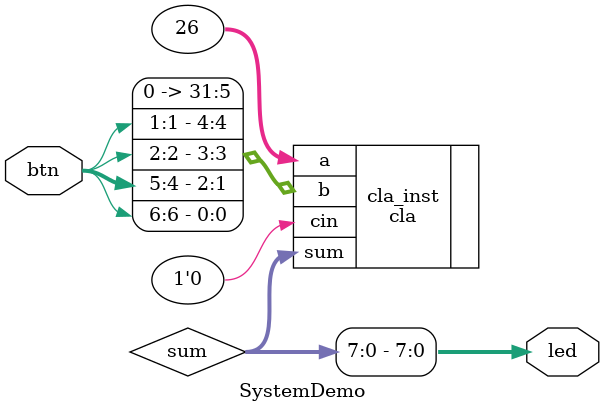
<source format=v>
`include "cla.v"
module SystemDemo(
   input wire [6:0] btn,
   output wire [7:0] led
);
   wire [31:0] sum;
   cla cla_inst(
      .a(32'd26),
     .b({27'b0, btn[1], btn[2], btn[5], btn[4], btn[6]}),
     .cin(1'b0), .sum(sum)
   );
   assign led = sum[7:0];
endmodule

</source>
